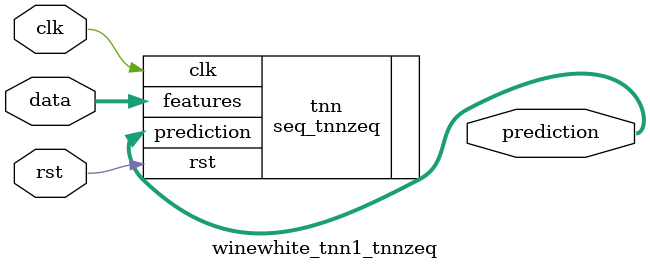
<source format=v>












module winewhite_tnn1_tnnzeq #(

parameter FEAT_CNT = 11,
parameter HIDDEN_CNT = 40,
parameter FEAT_BITS = 4,
parameter CLASS_CNT = 7,
parameter TEST_CNT = 1000




  ) (
  input clk,
  input rst,
  input [FEAT_CNT*FEAT_BITS-1:0] data,
  output [$clog2(CLASS_CNT)-1:0] prediction
  );

  seq_tnnzeq #(
      .FEAT_CNT(FEAT_CNT),.FEAT_BITS(FEAT_BITS),.HIDDEN_CNT(HIDDEN_CNT),.CLASS_CNT(CLASS_CNT),
  .SPARSE_VALS(440'b10001100000000000001100000100001001000000010011010001110000011100000010100010000100111101001010000001010111000100001000010000000000001001011000000000000001000000100000001000111101111101101010000011100110000011100001000110000100001000011001110000001000011101111111000001000000010000011100010001010000010100110001010101100000110100010011010000000010001100000000001100011011110000010000001100010100000000100001111000001001101101110000010010000),
  .MASK(440'b10111110001100000001100100111101001011100110011110111110000111111000010100010000100111101001010001101010111010111101011111000000000001001011100100000011001001001101010011101111101111101101010110111111110001011100111100110100111111010111001110001101100111101111111000111001000110110111101010011010011010100110111011101100001110100010111011001011011001111001111001101011011110000110011001100011101100011110011111111101001101101110001110010011),
  .NONZERO_CNT(640'h07030606090603050506090105030508080807070707060904080506080407070707040706080706),
  .SPARSE_VALS2(79'b0100000010110010011000100000110000101111111100111011000110111010101011011001010),  // Bits of not-zeroes
  .COL_INDICES(632'h2625232221201e1b1817141211100d0c0605040201211f17100d0b211c1615100c0825211f1817100f0125242119181412092625221f1e1c1817161413100b0a07261c171412100f0b0a0907060401), // Column of non-zeros
  .ROW_PTRS(64'h4f3a342d251d0e00) // Column of non-zeros // Start indices per row
      ) tnn (
    .clk(clk),
    .rst(rst),
    .features(data),
    .prediction(prediction)
  );

endmodule

</source>
